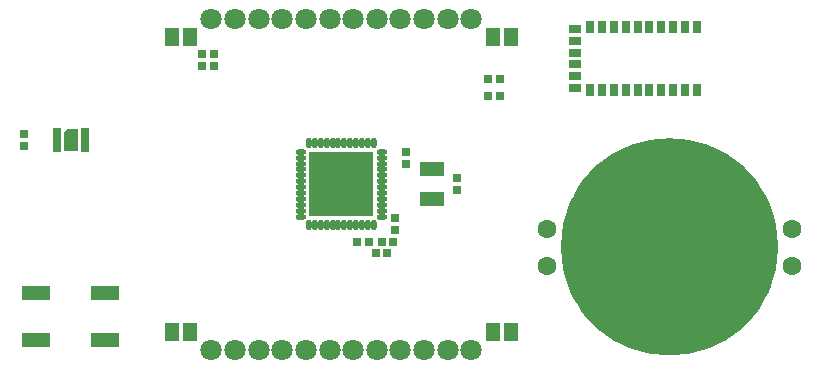
<source format=gts>
G04 Layer_Color=8388736*
%FSLAX25Y25*%
%MOIN*%
G70*
G01*
G75*
%ADD44C,0.39370*%
%ADD45R,0.03950X0.03162*%
%ADD46R,0.03162X0.03950*%
%ADD47R,0.05131X0.06312*%
%ADD48R,0.09461X0.04737*%
%ADD49R,0.03064X0.02769*%
%ADD50R,0.02769X0.03162*%
%ADD51R,0.03158X0.01976*%
%ADD52R,0.03162X0.03162*%
%ADD53R,0.08280X0.05131*%
%ADD54O,0.01981X0.03556*%
%ADD55O,0.03556X0.01981*%
%ADD56R,0.21666X0.21666*%
%ADD57R,0.03162X0.02769*%
%ADD58C,0.70879*%
%ADD59C,0.06312*%
%ADD60C,0.07099*%
G36*
X46114Y80712D02*
X46165Y80702D01*
X46215Y80685D01*
X46262Y80662D01*
X46306Y80633D01*
X46345Y80598D01*
X46379Y80559D01*
X46409Y80515D01*
X46432Y80468D01*
X46449Y80419D01*
X46459Y80367D01*
X46462Y80315D01*
Y73622D01*
X46459Y73570D01*
X46449Y73518D01*
X46432Y73469D01*
X46409Y73422D01*
X46379Y73378D01*
X46345Y73339D01*
X46306Y73304D01*
X46262Y73275D01*
X46215Y73252D01*
X46165Y73235D01*
X46114Y73225D01*
X46061Y73221D01*
X42124D01*
X42072Y73225D01*
X42021Y73235D01*
X41971Y73252D01*
X41924Y73275D01*
X41880Y73304D01*
X41841Y73339D01*
X41806Y73378D01*
X41777Y73422D01*
X41754Y73469D01*
X41737Y73518D01*
X41727Y73570D01*
X41724Y73622D01*
Y79134D01*
X41727Y79186D01*
X41737Y79238D01*
X41754Y79287D01*
X41777Y79334D01*
X41806Y79378D01*
X41841Y79417D01*
X43022Y80598D01*
X43062Y80633D01*
X43105Y80662D01*
X43152Y80685D01*
X43202Y80702D01*
X43253Y80712D01*
X43306Y80716D01*
D01*
X43306D01*
X46061D01*
X46114Y80712D01*
D02*
G37*
D44*
X260236Y41337D02*
G03*
X260236Y41337I-16535J0D01*
G01*
D45*
X212205Y94290D02*
D03*
Y98227D02*
D03*
Y102164D02*
D03*
Y106101D02*
D03*
Y110038D02*
D03*
Y113975D02*
D03*
D46*
X252756Y93502D02*
D03*
X248819D02*
D03*
X244882D02*
D03*
X240945D02*
D03*
X237008D02*
D03*
X233071D02*
D03*
X229134D02*
D03*
X225197D02*
D03*
X221260D02*
D03*
X217323D02*
D03*
Y114762D02*
D03*
X221260D02*
D03*
X225197D02*
D03*
X229134D02*
D03*
X233071D02*
D03*
X252756D02*
D03*
X248819D02*
D03*
X244882D02*
D03*
X240945D02*
D03*
X237008D02*
D03*
D47*
X190842Y12992D02*
D03*
X184936D02*
D03*
X77850Y12992D02*
D03*
X83755D02*
D03*
X184936Y111417D02*
D03*
X190842D02*
D03*
X77850D02*
D03*
X83755D02*
D03*
D48*
X55513Y25982D02*
D03*
X32678D02*
D03*
Y10234D02*
D03*
X55513D02*
D03*
D49*
X187254Y91535D02*
D03*
X183219D02*
D03*
X187254Y97342D02*
D03*
X183219D02*
D03*
D50*
X173031Y64173D02*
D03*
Y60236D02*
D03*
X28445Y75000D02*
D03*
Y78937D02*
D03*
X155999Y69095D02*
D03*
Y73032D02*
D03*
X152062Y50787D02*
D03*
Y46850D02*
D03*
D51*
X48719Y79921D02*
D03*
Y77953D02*
D03*
Y75984D02*
D03*
Y74016D02*
D03*
X39467D02*
D03*
Y75984D02*
D03*
Y79921D02*
D03*
Y77953D02*
D03*
D52*
X91732Y101575D02*
D03*
X87795D02*
D03*
X91732Y105512D02*
D03*
X87795D02*
D03*
D53*
X164661Y67126D02*
D03*
Y57284D02*
D03*
D54*
X123519Y48622D02*
D03*
X125487D02*
D03*
X127456D02*
D03*
X129424D02*
D03*
X131393D02*
D03*
X133361D02*
D03*
X135330D02*
D03*
X137298D02*
D03*
X139267D02*
D03*
X141235D02*
D03*
X143204D02*
D03*
X145173D02*
D03*
Y75787D02*
D03*
X143204D02*
D03*
X141235D02*
D03*
X139267D02*
D03*
X137298D02*
D03*
X135330D02*
D03*
X133361D02*
D03*
X131393D02*
D03*
X129424D02*
D03*
X127456D02*
D03*
X125487D02*
D03*
X123519D02*
D03*
D55*
X147928Y51378D02*
D03*
Y53347D02*
D03*
Y55315D02*
D03*
Y57284D02*
D03*
Y59252D02*
D03*
Y61221D02*
D03*
Y63189D02*
D03*
Y65158D02*
D03*
Y67126D02*
D03*
Y69095D02*
D03*
Y71063D02*
D03*
Y73032D02*
D03*
X120763D02*
D03*
Y71063D02*
D03*
Y69095D02*
D03*
Y67126D02*
D03*
Y65158D02*
D03*
Y63189D02*
D03*
Y61221D02*
D03*
Y59252D02*
D03*
Y57284D02*
D03*
Y55315D02*
D03*
Y53347D02*
D03*
Y51378D02*
D03*
D56*
X134346Y62205D02*
D03*
D57*
X147731Y42913D02*
D03*
X151669D02*
D03*
X145763Y39370D02*
D03*
X149700D02*
D03*
X143401Y42913D02*
D03*
X139464D02*
D03*
D58*
X243701Y41337D02*
D03*
D59*
X284646Y47243D02*
D03*
Y35038D02*
D03*
X202756D02*
D03*
Y47243D02*
D03*
D60*
X98913Y117323D02*
D03*
X146157D02*
D03*
X138283D02*
D03*
X130409D02*
D03*
X122535D02*
D03*
X114661D02*
D03*
X106787D02*
D03*
X177653D02*
D03*
X169779D02*
D03*
X161905D02*
D03*
X154031D02*
D03*
X91039D02*
D03*
X177653Y7087D02*
D03*
X98913D02*
D03*
X106787D02*
D03*
X114661D02*
D03*
X122535D02*
D03*
X130409D02*
D03*
X138283D02*
D03*
X146157D02*
D03*
X154031D02*
D03*
X161905D02*
D03*
X169779D02*
D03*
X91039D02*
D03*
M02*

</source>
